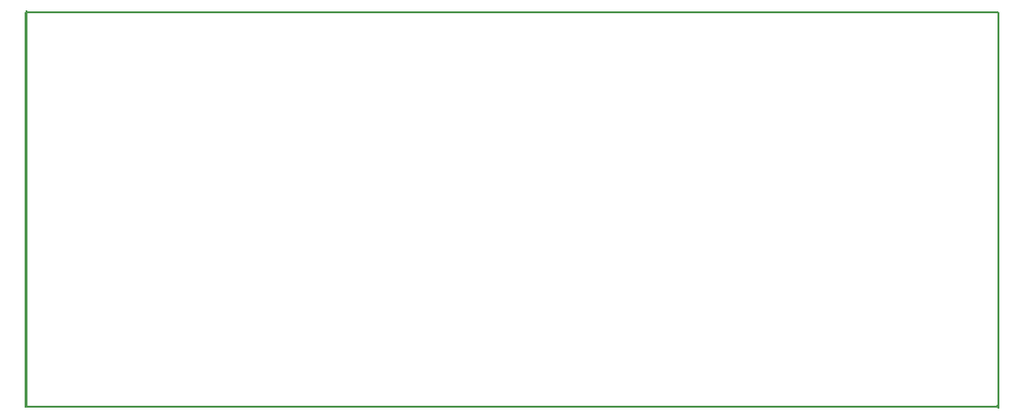
<source format=gbr>
G04 #@! TF.FileFunction,Other,User*
%FSLAX46Y46*%
G04 Gerber Fmt 4.6, Leading zero omitted, Abs format (unit mm)*
G04 Created by KiCad (PCBNEW 4.0.5) date Thursday, March 09, 2017 'PMt' 04:41:46 PM*
%MOMM*%
%LPD*%
G01*
G04 APERTURE LIST*
%ADD10C,0.100000*%
%ADD11C,0.200000*%
G04 APERTURE END LIST*
D10*
D11*
X122047000Y-104775000D02*
X122047000Y-104140000D01*
X122047000Y-104648000D02*
X122047000Y-139446000D01*
X208915000Y-139446000D02*
X208788000Y-139446000D01*
X208915000Y-104267000D02*
X208915000Y-139446000D01*
X208915000Y-139573000D02*
X208915000Y-104267000D01*
X121920000Y-139573000D02*
X208915000Y-139573000D01*
X121920000Y-104267000D02*
X121920000Y-139573000D01*
X208915000Y-104267000D02*
X121920000Y-104267000D01*
X208915000Y-139700000D02*
X208915000Y-104267000D01*
M02*

</source>
